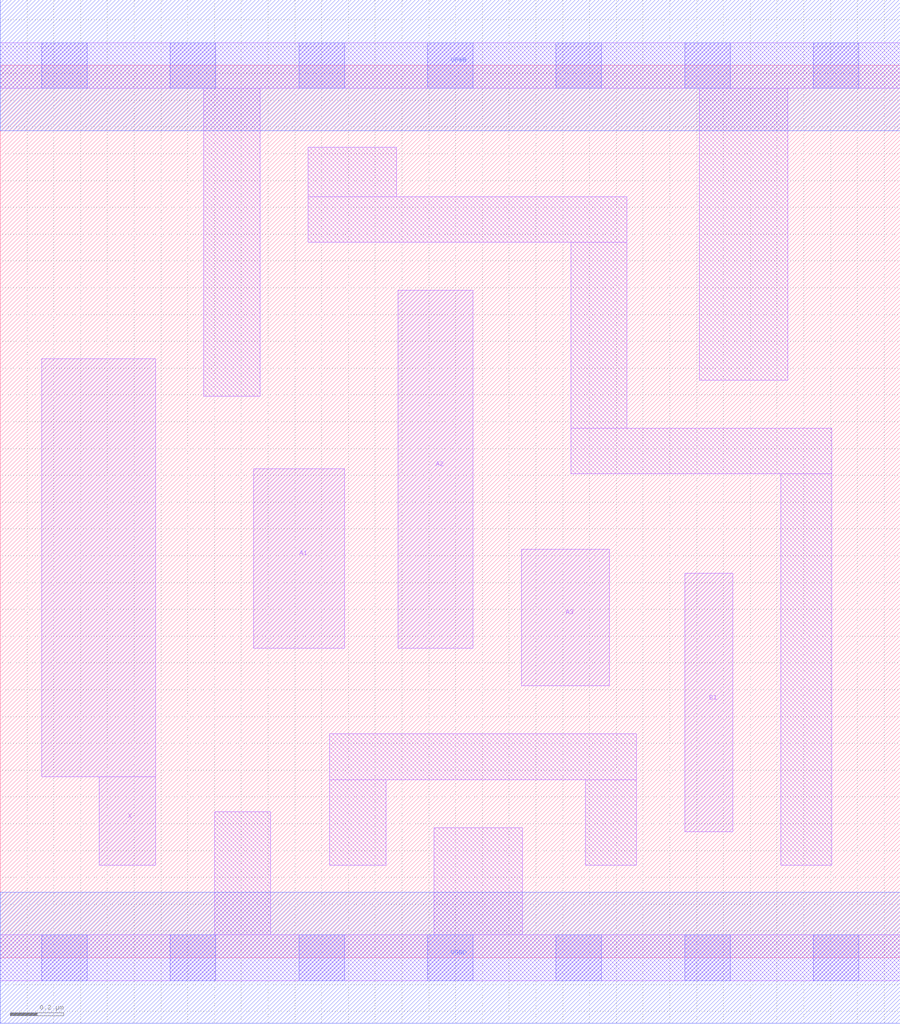
<source format=lef>
# Copyright 2020 The SkyWater PDK Authors
#
# Licensed under the Apache License, Version 2.0 (the "License");
# you may not use this file except in compliance with the License.
# You may obtain a copy of the License at
#
#     https://www.apache.org/licenses/LICENSE-2.0
#
# Unless required by applicable law or agreed to in writing, software
# distributed under the License is distributed on an "AS IS" BASIS,
# WITHOUT WARRANTIES OR CONDITIONS OF ANY KIND, either express or implied.
# See the License for the specific language governing permissions and
# limitations under the License.
#
# SPDX-License-Identifier: Apache-2.0

VERSION 5.7 ;
  NAMESCASESENSITIVE ON ;
  NOWIREEXTENSIONATPIN ON ;
  DIVIDERCHAR "/" ;
  BUSBITCHARS "[]" ;
UNITS
  DATABASE MICRONS 200 ;
END UNITS
MACRO sky130_fd_sc_lp__o31a_m
  CLASS CORE ;
  FOREIGN sky130_fd_sc_lp__o31a_m ;
  ORIGIN  0.000000  0.000000 ;
  SIZE  3.360000 BY  3.330000 ;
  SYMMETRY X Y R90 ;
  SITE unit ;
  PIN A1
    ANTENNAGATEAREA  0.126000 ;
    DIRECTION INPUT ;
    USE SIGNAL ;
    PORT
      LAYER li1 ;
        RECT 0.945000 1.155000 1.285000 1.825000 ;
    END
  END A1
  PIN A2
    ANTENNAGATEAREA  0.126000 ;
    DIRECTION INPUT ;
    USE SIGNAL ;
    PORT
      LAYER li1 ;
        RECT 1.485000 1.155000 1.765000 2.490000 ;
    END
  END A2
  PIN A3
    ANTENNAGATEAREA  0.126000 ;
    DIRECTION INPUT ;
    USE SIGNAL ;
    PORT
      LAYER li1 ;
        RECT 1.945000 1.015000 2.275000 1.525000 ;
    END
  END A3
  PIN B1
    ANTENNAGATEAREA  0.126000 ;
    DIRECTION INPUT ;
    USE SIGNAL ;
    PORT
      LAYER li1 ;
        RECT 2.555000 0.470000 2.735000 1.435000 ;
    END
  END B1
  PIN X
    ANTENNADIFFAREA  0.222600 ;
    DIRECTION OUTPUT ;
    USE SIGNAL ;
    PORT
      LAYER li1 ;
        RECT 0.155000 0.675000 0.580000 2.235000 ;
        RECT 0.370000 0.345000 0.580000 0.675000 ;
    END
  END X
  PIN VGND
    DIRECTION INOUT ;
    USE GROUND ;
    PORT
      LAYER met1 ;
        RECT 0.000000 -0.245000 3.360000 0.245000 ;
    END
  END VGND
  PIN VPWR
    DIRECTION INOUT ;
    USE POWER ;
    PORT
      LAYER met1 ;
        RECT 0.000000 3.085000 3.360000 3.575000 ;
    END
  END VPWR
  OBS
    LAYER li1 ;
      RECT 0.000000 -0.085000 3.360000 0.085000 ;
      RECT 0.000000  3.245000 3.360000 3.415000 ;
      RECT 0.760000  2.095000 0.970000 3.245000 ;
      RECT 0.800000  0.085000 1.010000 0.545000 ;
      RECT 1.150000  2.670000 2.340000 2.840000 ;
      RECT 1.150000  2.840000 1.480000 3.025000 ;
      RECT 1.230000  0.345000 1.440000 0.665000 ;
      RECT 1.230000  0.665000 2.375000 0.835000 ;
      RECT 1.620000  0.085000 1.950000 0.485000 ;
      RECT 2.130000  1.805000 3.105000 1.975000 ;
      RECT 2.130000  1.975000 2.340000 2.670000 ;
      RECT 2.185000  0.345000 2.375000 0.665000 ;
      RECT 2.610000  2.155000 2.940000 3.245000 ;
      RECT 2.915000  0.345000 3.105000 1.805000 ;
    LAYER mcon ;
      RECT 0.155000 -0.085000 0.325000 0.085000 ;
      RECT 0.155000  3.245000 0.325000 3.415000 ;
      RECT 0.635000 -0.085000 0.805000 0.085000 ;
      RECT 0.635000  3.245000 0.805000 3.415000 ;
      RECT 1.115000 -0.085000 1.285000 0.085000 ;
      RECT 1.115000  3.245000 1.285000 3.415000 ;
      RECT 1.595000 -0.085000 1.765000 0.085000 ;
      RECT 1.595000  3.245000 1.765000 3.415000 ;
      RECT 2.075000 -0.085000 2.245000 0.085000 ;
      RECT 2.075000  3.245000 2.245000 3.415000 ;
      RECT 2.555000 -0.085000 2.725000 0.085000 ;
      RECT 2.555000  3.245000 2.725000 3.415000 ;
      RECT 3.035000 -0.085000 3.205000 0.085000 ;
      RECT 3.035000  3.245000 3.205000 3.415000 ;
  END
END sky130_fd_sc_lp__o31a_m
END LIBRARY

</source>
